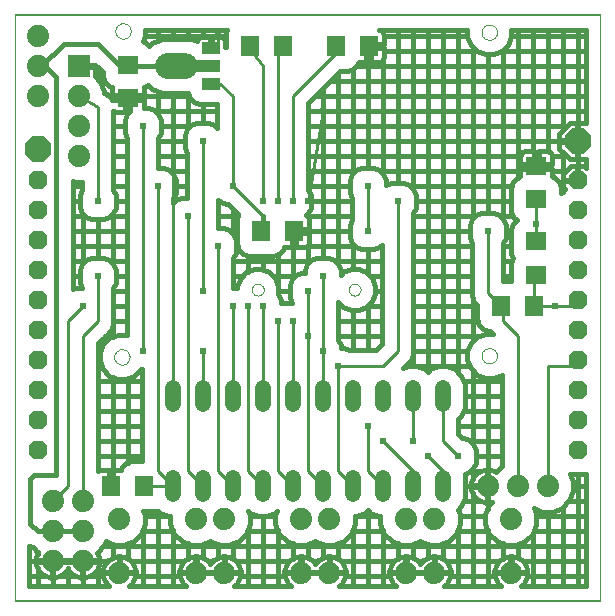
<source format=gbl>
G75*
G70*
%OFA0B0*%
%FSLAX24Y24*%
%IPPOS*%
%LPD*%
%AMOC8*
5,1,8,0,0,1.08239X$1,22.5*
%
%ADD10C,0.0000*%
%ADD11R,0.0630X0.0709*%
%ADD12OC8,0.0630*%
%ADD13R,0.0710X0.0630*%
%ADD14R,0.0709X0.0630*%
%ADD15OC8,0.0850*%
%ADD16R,0.0740X0.0740*%
%ADD17C,0.0740*%
%ADD18C,0.0520*%
%ADD19R,0.0630X0.0710*%
%ADD20R,0.0591X0.0394*%
%ADD21R,0.0787X0.0394*%
%ADD22C,0.0866*%
%ADD23R,0.0240X0.0240*%
%ADD24C,0.0100*%
%ADD25C,0.0160*%
D10*
X000736Y000100D02*
X000736Y019663D01*
X020252Y019663D01*
X020252Y000100D01*
X000736Y000100D01*
X000750Y000128D02*
X000750Y019628D01*
X020250Y019628D01*
X020250Y000128D01*
X000750Y000128D01*
X004056Y008245D02*
X004058Y008276D01*
X004064Y008307D01*
X004073Y008337D01*
X004086Y008366D01*
X004103Y008393D01*
X004123Y008417D01*
X004145Y008439D01*
X004171Y008458D01*
X004198Y008474D01*
X004227Y008486D01*
X004257Y008495D01*
X004288Y008500D01*
X004320Y008501D01*
X004351Y008498D01*
X004382Y008491D01*
X004412Y008481D01*
X004440Y008467D01*
X004466Y008449D01*
X004490Y008429D01*
X004511Y008405D01*
X004530Y008380D01*
X004545Y008352D01*
X004556Y008323D01*
X004564Y008292D01*
X004568Y008261D01*
X004568Y008229D01*
X004564Y008198D01*
X004556Y008167D01*
X004545Y008138D01*
X004530Y008110D01*
X004511Y008085D01*
X004490Y008061D01*
X004466Y008041D01*
X004440Y008023D01*
X004412Y008009D01*
X004382Y007999D01*
X004351Y007992D01*
X004320Y007989D01*
X004288Y007990D01*
X004257Y007995D01*
X004227Y008004D01*
X004198Y008016D01*
X004171Y008032D01*
X004145Y008051D01*
X004123Y008073D01*
X004103Y008097D01*
X004086Y008124D01*
X004073Y008153D01*
X004064Y008183D01*
X004058Y008214D01*
X004056Y008245D01*
X008643Y010489D02*
X008645Y010516D01*
X008651Y010543D01*
X008660Y010569D01*
X008673Y010593D01*
X008689Y010616D01*
X008708Y010635D01*
X008730Y010652D01*
X008754Y010666D01*
X008779Y010676D01*
X008806Y010683D01*
X008833Y010686D01*
X008861Y010685D01*
X008888Y010680D01*
X008914Y010672D01*
X008938Y010660D01*
X008961Y010644D01*
X008982Y010626D01*
X008999Y010605D01*
X009014Y010581D01*
X009025Y010556D01*
X009033Y010530D01*
X009037Y010503D01*
X009037Y010475D01*
X009033Y010448D01*
X009025Y010422D01*
X009014Y010397D01*
X008999Y010373D01*
X008982Y010352D01*
X008961Y010334D01*
X008939Y010318D01*
X008914Y010306D01*
X008888Y010298D01*
X008861Y010293D01*
X008833Y010292D01*
X008806Y010295D01*
X008779Y010302D01*
X008754Y010312D01*
X008730Y010326D01*
X008708Y010343D01*
X008689Y010362D01*
X008673Y010385D01*
X008660Y010409D01*
X008651Y010435D01*
X008645Y010462D01*
X008643Y010489D01*
X011871Y010489D02*
X011873Y010516D01*
X011879Y010543D01*
X011888Y010569D01*
X011901Y010593D01*
X011917Y010616D01*
X011936Y010635D01*
X011958Y010652D01*
X011982Y010666D01*
X012007Y010676D01*
X012034Y010683D01*
X012061Y010686D01*
X012089Y010685D01*
X012116Y010680D01*
X012142Y010672D01*
X012166Y010660D01*
X012189Y010644D01*
X012210Y010626D01*
X012227Y010605D01*
X012242Y010581D01*
X012253Y010556D01*
X012261Y010530D01*
X012265Y010503D01*
X012265Y010475D01*
X012261Y010448D01*
X012253Y010422D01*
X012242Y010397D01*
X012227Y010373D01*
X012210Y010352D01*
X012189Y010334D01*
X012167Y010318D01*
X012142Y010306D01*
X012116Y010298D01*
X012089Y010293D01*
X012061Y010292D01*
X012034Y010295D01*
X012007Y010302D01*
X011982Y010312D01*
X011958Y010326D01*
X011936Y010343D01*
X011917Y010362D01*
X011901Y010385D01*
X011888Y010409D01*
X011879Y010435D01*
X011873Y010462D01*
X011871Y010489D01*
X016300Y008284D02*
X016302Y008315D01*
X016308Y008346D01*
X016317Y008376D01*
X016330Y008405D01*
X016347Y008432D01*
X016367Y008456D01*
X016389Y008478D01*
X016415Y008497D01*
X016442Y008513D01*
X016471Y008525D01*
X016501Y008534D01*
X016532Y008539D01*
X016564Y008540D01*
X016595Y008537D01*
X016626Y008530D01*
X016656Y008520D01*
X016684Y008506D01*
X016710Y008488D01*
X016734Y008468D01*
X016755Y008444D01*
X016774Y008419D01*
X016789Y008391D01*
X016800Y008362D01*
X016808Y008331D01*
X016812Y008300D01*
X016812Y008268D01*
X016808Y008237D01*
X016800Y008206D01*
X016789Y008177D01*
X016774Y008149D01*
X016755Y008124D01*
X016734Y008100D01*
X016710Y008080D01*
X016684Y008062D01*
X016656Y008048D01*
X016626Y008038D01*
X016595Y008031D01*
X016564Y008028D01*
X016532Y008029D01*
X016501Y008034D01*
X016471Y008043D01*
X016442Y008055D01*
X016415Y008071D01*
X016389Y008090D01*
X016367Y008112D01*
X016347Y008136D01*
X016330Y008163D01*
X016317Y008192D01*
X016308Y008222D01*
X016302Y008253D01*
X016300Y008284D01*
X016300Y019071D02*
X016302Y019102D01*
X016308Y019133D01*
X016317Y019163D01*
X016330Y019192D01*
X016347Y019219D01*
X016367Y019243D01*
X016389Y019265D01*
X016415Y019284D01*
X016442Y019300D01*
X016471Y019312D01*
X016501Y019321D01*
X016532Y019326D01*
X016564Y019327D01*
X016595Y019324D01*
X016626Y019317D01*
X016656Y019307D01*
X016684Y019293D01*
X016710Y019275D01*
X016734Y019255D01*
X016755Y019231D01*
X016774Y019206D01*
X016789Y019178D01*
X016800Y019149D01*
X016808Y019118D01*
X016812Y019087D01*
X016812Y019055D01*
X016808Y019024D01*
X016800Y018993D01*
X016789Y018964D01*
X016774Y018936D01*
X016755Y018911D01*
X016734Y018887D01*
X016710Y018867D01*
X016684Y018849D01*
X016656Y018835D01*
X016626Y018825D01*
X016595Y018818D01*
X016564Y018815D01*
X016532Y018816D01*
X016501Y018821D01*
X016471Y018830D01*
X016442Y018842D01*
X016415Y018858D01*
X016389Y018877D01*
X016367Y018899D01*
X016347Y018923D01*
X016330Y018950D01*
X016317Y018979D01*
X016308Y019009D01*
X016302Y019040D01*
X016300Y019071D01*
X004095Y019111D02*
X004097Y019142D01*
X004103Y019173D01*
X004112Y019203D01*
X004125Y019232D01*
X004142Y019259D01*
X004162Y019283D01*
X004184Y019305D01*
X004210Y019324D01*
X004237Y019340D01*
X004266Y019352D01*
X004296Y019361D01*
X004327Y019366D01*
X004359Y019367D01*
X004390Y019364D01*
X004421Y019357D01*
X004451Y019347D01*
X004479Y019333D01*
X004505Y019315D01*
X004529Y019295D01*
X004550Y019271D01*
X004569Y019246D01*
X004584Y019218D01*
X004595Y019189D01*
X004603Y019158D01*
X004607Y019127D01*
X004607Y019095D01*
X004603Y019064D01*
X004595Y019033D01*
X004584Y019004D01*
X004569Y018976D01*
X004550Y018951D01*
X004529Y018927D01*
X004505Y018907D01*
X004479Y018889D01*
X004451Y018875D01*
X004421Y018865D01*
X004390Y018858D01*
X004359Y018855D01*
X004327Y018856D01*
X004296Y018861D01*
X004266Y018870D01*
X004237Y018882D01*
X004210Y018898D01*
X004184Y018917D01*
X004162Y018939D01*
X004142Y018963D01*
X004125Y018990D01*
X004112Y019019D01*
X004103Y019049D01*
X004097Y019080D01*
X004095Y019111D01*
D11*
X008571Y018612D03*
X009673Y018612D03*
X011438Y018614D03*
X012540Y018614D03*
X010051Y012443D03*
X008949Y012443D03*
X005051Y003943D03*
X003949Y003943D03*
D12*
X001500Y005128D03*
X001500Y006128D03*
X001500Y007128D03*
X001500Y008128D03*
X001500Y009128D03*
X001500Y010128D03*
X001500Y011128D03*
X001500Y012128D03*
X001500Y013128D03*
X001500Y014128D03*
X019500Y014128D03*
X019500Y013128D03*
X019500Y012128D03*
X019500Y011128D03*
X019500Y010128D03*
X019500Y009128D03*
X019500Y008128D03*
X019500Y007128D03*
X019500Y006128D03*
X019500Y005128D03*
D13*
X018112Y010981D03*
X018112Y012101D03*
D14*
X018121Y013502D03*
X018121Y014604D03*
X004500Y016891D03*
X004500Y017994D03*
D15*
X001500Y015193D03*
X019500Y015443D03*
D16*
X002875Y017943D03*
D17*
X002875Y016943D03*
X002875Y015943D03*
X002875Y014943D03*
X001500Y016943D03*
X001500Y017943D03*
X001500Y018943D03*
X016500Y003943D03*
X017500Y003943D03*
X018500Y003943D03*
X017280Y002833D03*
X017280Y001053D03*
X014720Y001053D03*
X013780Y001053D03*
X013780Y002833D03*
X014720Y002833D03*
X011220Y002833D03*
X010280Y002833D03*
X010280Y001053D03*
X011220Y001053D03*
X007720Y001053D03*
X006780Y001053D03*
X006780Y002833D03*
X007720Y002833D03*
X004220Y002833D03*
X003000Y002443D03*
X003000Y003443D03*
X002000Y003443D03*
X002000Y002443D03*
X002000Y001443D03*
X003000Y001443D03*
X004220Y001053D03*
D18*
X005998Y003683D02*
X005998Y004203D01*
X006998Y004203D02*
X006998Y003683D01*
X007998Y003683D02*
X007998Y004203D01*
X008998Y004203D02*
X008998Y003683D01*
X009998Y003683D02*
X009998Y004203D01*
X010998Y004203D02*
X010998Y003683D01*
X011998Y003683D02*
X011998Y004203D01*
X012998Y004203D02*
X012998Y003683D01*
X013998Y003683D02*
X013998Y004203D01*
X014998Y004203D02*
X014998Y003683D01*
X014998Y006683D02*
X014998Y007203D01*
X013998Y007203D02*
X013998Y006683D01*
X012998Y006683D02*
X012998Y007203D01*
X011998Y007203D02*
X011998Y006683D01*
X010998Y006683D02*
X010998Y007203D01*
X009998Y007203D02*
X009998Y006683D01*
X008998Y006683D02*
X008998Y007203D01*
X007998Y007203D02*
X007998Y006683D01*
X006998Y006683D02*
X006998Y007203D01*
X005998Y007203D02*
X005998Y006683D01*
D19*
X016940Y009943D03*
X018060Y009943D03*
D20*
X007280Y017352D03*
X007280Y018533D03*
D21*
X007180Y017943D03*
D22*
X006425Y017943D02*
X005835Y017943D01*
D23*
X006000Y016443D03*
X005000Y015943D03*
X007000Y015443D03*
X008000Y013943D03*
X009000Y013443D03*
X009500Y013443D03*
X010000Y013443D03*
X010500Y013443D03*
X012500Y013943D03*
X013500Y013443D03*
X012500Y012443D03*
X011000Y010943D03*
X010500Y010443D03*
X010000Y009443D03*
X010500Y008943D03*
X011000Y008443D03*
X011500Y007943D03*
X012500Y005943D03*
X013000Y005443D03*
X014000Y005443D03*
X014500Y004943D03*
X015500Y004943D03*
X018750Y009943D03*
X016500Y012443D03*
X018112Y012693D03*
X011000Y016443D03*
X007500Y018943D03*
X005500Y013943D03*
X006500Y012943D03*
X007500Y011943D03*
X007000Y010443D03*
X008000Y009943D03*
X008500Y009943D03*
X009000Y009943D03*
X009500Y009443D03*
X007000Y008443D03*
X005000Y008443D03*
X003000Y009943D03*
X003500Y010943D03*
X003500Y013443D03*
D24*
X003500Y016568D01*
X002875Y016943D01*
X005000Y015943D02*
X005000Y008443D01*
X005998Y006943D02*
X005998Y016441D01*
X006000Y016443D01*
X007000Y015443D02*
X007000Y010443D01*
X007998Y009941D02*
X008000Y009943D01*
X007998Y009941D02*
X007998Y006943D01*
X006998Y006943D02*
X006998Y008441D01*
X007000Y008443D01*
X008500Y009943D02*
X008500Y004443D01*
X008998Y003944D01*
X008998Y003943D01*
X009500Y004443D02*
X009500Y009443D01*
X009998Y009441D02*
X010000Y009443D01*
X009998Y009441D02*
X009998Y006943D01*
X010998Y006943D02*
X011000Y006944D01*
X011000Y008443D01*
X011000Y010943D01*
X010500Y010443D02*
X010500Y008943D01*
X010500Y004443D01*
X010998Y003944D01*
X010998Y003943D01*
X011500Y004443D02*
X011500Y007943D01*
X013000Y007943D01*
X013500Y008443D01*
X013500Y013443D01*
X012500Y013943D02*
X012500Y012443D01*
X010500Y013443D02*
X011000Y016443D01*
X010000Y016943D02*
X011500Y018443D01*
X011500Y018552D01*
X011438Y018614D01*
X010000Y016943D02*
X010000Y013443D01*
X009500Y013443D02*
X009500Y018439D01*
X009673Y018612D01*
X009000Y017943D02*
X008571Y018513D01*
X008571Y018612D01*
X009000Y017943D02*
X009000Y013443D01*
X009000Y012943D02*
X008000Y013943D01*
X008000Y016943D01*
X007590Y017352D01*
X007280Y017352D01*
X007280Y018533D02*
X007500Y018753D01*
X007500Y018943D01*
X005500Y013943D02*
X005500Y004443D01*
X005998Y003944D01*
X005998Y003943D01*
X006000Y003943D01*
X005998Y003943D02*
X005051Y003943D01*
X006500Y004443D02*
X006500Y012943D01*
X007500Y011943D02*
X007500Y004443D01*
X007998Y003944D01*
X007998Y003943D01*
X006998Y003944D02*
X006500Y004443D01*
X006998Y003944D02*
X006998Y003943D01*
X009500Y004443D02*
X009998Y003944D01*
X009998Y003943D01*
X011500Y004443D02*
X011998Y003944D01*
X011998Y003943D01*
X012500Y004443D02*
X012500Y005943D01*
X013000Y005443D02*
X013998Y004444D01*
X013998Y003943D01*
X012998Y003944D02*
X012500Y004443D01*
X012998Y003944D02*
X012998Y003943D01*
X014000Y005443D02*
X014000Y006941D01*
X013998Y006943D01*
X014998Y006943D02*
X015000Y006943D01*
X015000Y005443D01*
X015500Y004943D01*
X014998Y004444D02*
X014500Y004943D01*
X014998Y004444D02*
X014998Y003943D01*
X017500Y003943D02*
X017500Y008943D01*
X017000Y009443D01*
X017000Y009883D01*
X016940Y009943D01*
X016500Y010383D01*
X016500Y012443D01*
X018112Y012693D02*
X018112Y012101D01*
X018112Y012693D02*
X018112Y013493D01*
X018121Y013502D01*
X018112Y010981D02*
X018060Y010929D01*
X018060Y009943D01*
X018750Y009943D01*
X019315Y009943D01*
X019500Y010128D01*
X019500Y008128D02*
X019500Y007943D01*
X018500Y007943D01*
X018500Y003943D01*
X008998Y006943D02*
X008998Y009941D01*
X009000Y009943D01*
X003500Y009443D02*
X003500Y010943D01*
X003000Y009943D02*
X002500Y009443D01*
X002500Y003943D01*
X002000Y003443D01*
X003000Y003443D02*
X003000Y008943D01*
X003500Y009443D01*
D25*
X004030Y009443D02*
X004470Y009443D01*
X004030Y009337D02*
X003949Y009142D01*
X003800Y008993D01*
X003530Y008723D01*
X003530Y004445D01*
X003564Y004465D01*
X003610Y004477D01*
X003871Y004477D01*
X003871Y004020D01*
X004026Y004020D01*
X004026Y004477D01*
X004287Y004477D01*
X004291Y004476D01*
X004329Y004569D01*
X004464Y004704D01*
X004641Y004777D01*
X004970Y004777D01*
X004970Y007843D01*
X004942Y007843D01*
X004936Y007828D01*
X004729Y007621D01*
X004458Y007509D01*
X004166Y007509D01*
X003895Y007621D01*
X003688Y007828D01*
X003576Y008098D01*
X003576Y008391D01*
X003688Y008662D01*
X003895Y008869D01*
X004166Y008981D01*
X004458Y008981D01*
X004470Y008976D01*
X004470Y015558D01*
X004400Y015727D01*
X004400Y016158D01*
X004473Y016334D01*
X004577Y016439D01*
X004577Y016814D01*
X004423Y016814D01*
X004423Y016396D01*
X004122Y016396D01*
X004076Y016409D01*
X004035Y016432D01*
X004030Y016437D01*
X004030Y013827D01*
X004100Y013658D01*
X004100Y013227D01*
X004027Y013051D01*
X003892Y012916D01*
X003715Y012843D01*
X003285Y012843D01*
X003108Y012916D01*
X002973Y013051D01*
X002900Y013227D01*
X002900Y013658D01*
X002970Y013827D01*
X002970Y014093D01*
X002706Y014093D01*
X002685Y014101D01*
X002685Y010501D01*
X002785Y010543D01*
X002970Y010543D01*
X002970Y010558D01*
X002900Y010727D01*
X002900Y011158D01*
X002973Y011334D01*
X003108Y011469D01*
X003285Y011543D01*
X003715Y011543D01*
X003892Y011469D01*
X004027Y011334D01*
X004100Y011158D01*
X004100Y010727D01*
X004030Y010558D01*
X004030Y009337D01*
X004000Y009265D02*
X004000Y008912D01*
X004074Y008943D02*
X003750Y008943D01*
X003597Y008443D02*
X003530Y008443D01*
X003530Y007943D02*
X003641Y007943D01*
X004000Y007577D02*
X004000Y004020D01*
X004026Y004443D02*
X003871Y004443D01*
X003530Y004943D02*
X004970Y004943D01*
X004500Y004719D02*
X004500Y007526D01*
X004970Y007443D02*
X003530Y007443D01*
X003530Y006943D02*
X004970Y006943D01*
X004970Y006443D02*
X003530Y006443D01*
X003530Y005943D02*
X004970Y005943D01*
X004970Y005443D02*
X003530Y005443D01*
X002125Y004318D02*
X001375Y004318D01*
X001250Y004193D01*
X001250Y002693D01*
X001500Y002443D01*
X002000Y002443D01*
X003000Y002443D01*
X003777Y002096D02*
X003721Y001961D01*
X003481Y001722D01*
X003476Y001720D01*
X003510Y001654D01*
X003536Y001571D01*
X003550Y001486D01*
X003550Y001463D01*
X003020Y001463D01*
X003020Y001423D01*
X003550Y001423D01*
X003550Y001399D01*
X003536Y001314D01*
X003510Y001231D01*
X003470Y001154D01*
X003420Y001084D01*
X003358Y001023D01*
X003288Y000972D01*
X003211Y000933D01*
X003129Y000906D01*
X003043Y000893D01*
X003020Y000893D01*
X003020Y001423D01*
X002980Y001423D01*
X002020Y001423D01*
X002020Y001463D01*
X002550Y001463D01*
X002980Y001463D01*
X002980Y001423D01*
X002980Y000893D01*
X002957Y000893D01*
X002871Y000906D01*
X002789Y000933D01*
X002712Y000972D01*
X002642Y001023D01*
X002580Y001084D01*
X002530Y001154D01*
X002500Y001212D01*
X002500Y000608D01*
X002288Y000972D02*
X002358Y001023D01*
X002420Y001084D01*
X002470Y001154D01*
X002500Y001212D01*
X002500Y001423D02*
X002500Y001463D01*
X002020Y001443D02*
X002980Y001443D01*
X003000Y001423D02*
X003000Y000608D01*
X002980Y000943D02*
X003020Y000943D01*
X003230Y000943D02*
X003681Y000943D01*
X003684Y000924D02*
X003710Y000841D01*
X003750Y000764D01*
X003800Y000694D01*
X003862Y000633D01*
X003897Y000608D01*
X001230Y000608D01*
X001230Y001948D01*
X001336Y001904D01*
X001519Y001722D01*
X001524Y001720D01*
X001490Y001654D01*
X001464Y001571D01*
X001450Y001486D01*
X001450Y001463D01*
X001980Y001463D01*
X001980Y001423D01*
X001450Y001423D01*
X001450Y001399D01*
X001464Y001314D01*
X001490Y001231D01*
X001530Y001154D01*
X001580Y001084D01*
X001642Y001023D01*
X001712Y000972D01*
X001789Y000933D01*
X001871Y000906D01*
X001957Y000893D01*
X001980Y000893D01*
X001980Y001423D01*
X002020Y001423D01*
X002020Y000893D01*
X002043Y000893D01*
X002129Y000906D01*
X002211Y000933D01*
X002288Y000972D01*
X002230Y000943D02*
X002770Y000943D01*
X003020Y001443D02*
X003832Y001443D01*
X003862Y001472D02*
X003800Y001411D01*
X003750Y001341D01*
X003710Y001264D01*
X003684Y001181D01*
X003670Y001096D01*
X003670Y001073D01*
X004200Y001073D01*
X004200Y001603D01*
X004177Y001603D01*
X004091Y001589D01*
X004009Y001562D01*
X003932Y001523D01*
X003862Y001472D01*
X004000Y001558D02*
X004000Y002004D01*
X004051Y001983D02*
X004389Y001983D01*
X004701Y002112D01*
X004941Y002351D01*
X005070Y002663D01*
X005070Y003002D01*
X005026Y003108D01*
X005462Y003108D01*
X005507Y003127D01*
X005579Y003055D01*
X005851Y002943D01*
X005070Y002943D01*
X005000Y002494D02*
X005000Y000608D01*
X004690Y000764D02*
X004730Y000841D01*
X004756Y000924D01*
X004770Y001009D01*
X004770Y001033D01*
X004240Y001033D01*
X004240Y001073D01*
X004200Y001073D01*
X004200Y001033D01*
X003670Y001033D01*
X003670Y001009D01*
X003684Y000924D01*
X004000Y001033D02*
X004000Y001073D01*
X004240Y001073D02*
X004240Y001603D01*
X004263Y001603D01*
X004349Y001589D01*
X004431Y001562D01*
X004508Y001523D01*
X004578Y001472D01*
X004640Y001411D01*
X004690Y001341D01*
X004730Y001264D01*
X004756Y001181D01*
X004770Y001096D01*
X004770Y001073D01*
X004240Y001073D01*
X004500Y001073D02*
X004500Y001033D01*
X004759Y000943D02*
X006241Y000943D01*
X006244Y000924D02*
X006270Y000841D01*
X006310Y000764D01*
X006360Y000694D01*
X006422Y000633D01*
X006457Y000608D01*
X004543Y000608D01*
X004578Y000633D01*
X004640Y000694D01*
X004690Y000764D01*
X005500Y000608D02*
X005500Y003124D01*
X005851Y002943D02*
X005930Y002943D01*
X005930Y002663D01*
X006059Y002351D01*
X006299Y002112D01*
X006611Y001983D01*
X006949Y001983D01*
X007250Y002107D01*
X007551Y001983D01*
X007889Y001983D01*
X008201Y002112D01*
X008441Y002351D01*
X008570Y002663D01*
X008570Y003002D01*
X008526Y003108D01*
X008579Y003055D01*
X008851Y002943D01*
X008570Y002943D01*
X008851Y002943D02*
X009145Y002943D01*
X009430Y002943D01*
X009430Y003002D02*
X009430Y002663D01*
X009559Y002351D01*
X009799Y002112D01*
X010111Y001983D01*
X010449Y001983D01*
X010750Y002107D01*
X011051Y001983D01*
X011389Y001983D01*
X011701Y002112D01*
X011941Y002351D01*
X012070Y002663D01*
X012070Y002943D01*
X012145Y002943D01*
X012851Y002943D01*
X012930Y002943D01*
X012930Y002663D01*
X013059Y002351D01*
X013299Y002112D01*
X013611Y001983D01*
X013949Y001983D01*
X014250Y002107D01*
X014551Y001983D01*
X014889Y001983D01*
X015201Y002112D01*
X015441Y002351D01*
X015570Y002663D01*
X015570Y003002D01*
X015510Y003148D01*
X015625Y003263D01*
X015738Y003535D01*
X015738Y004350D01*
X015737Y004352D01*
X015892Y004416D01*
X016027Y004551D01*
X016100Y004727D01*
X016100Y005158D01*
X016027Y005334D01*
X015892Y005469D01*
X015715Y005543D01*
X015650Y005543D01*
X015530Y005662D01*
X015530Y006168D01*
X015625Y006263D01*
X015738Y006535D01*
X015738Y007350D01*
X015625Y007622D01*
X015417Y007830D01*
X015145Y007943D01*
X014851Y007943D01*
X014579Y007830D01*
X014498Y007749D01*
X014417Y007830D01*
X014145Y007943D01*
X013851Y007943D01*
X013678Y007871D01*
X013949Y008142D01*
X014030Y008337D01*
X014030Y013058D01*
X014100Y013227D01*
X014100Y013658D01*
X014027Y013834D01*
X013892Y013969D01*
X013715Y014043D01*
X013285Y014043D01*
X013108Y013969D01*
X013100Y013961D01*
X013100Y014158D01*
X013027Y014334D01*
X012892Y014469D01*
X012715Y014543D01*
X012285Y014543D01*
X012108Y014469D01*
X011973Y014334D01*
X011900Y014158D01*
X011900Y013727D01*
X011970Y013558D01*
X011970Y012827D01*
X011900Y012658D01*
X011900Y012227D01*
X011973Y012051D01*
X012108Y011916D01*
X012285Y011843D01*
X012715Y011843D01*
X012892Y011916D01*
X012970Y011994D01*
X012970Y008662D01*
X012780Y008473D01*
X011884Y008473D01*
X011715Y008543D01*
X011600Y008543D01*
X011600Y008658D01*
X011530Y008827D01*
X011530Y010069D01*
X011685Y009915D01*
X011933Y009812D01*
X012203Y009812D01*
X012451Y009915D01*
X012642Y010105D01*
X012745Y010354D01*
X012745Y010623D01*
X012642Y010872D01*
X012451Y011063D01*
X012203Y011166D01*
X011933Y011166D01*
X011685Y011063D01*
X011600Y010978D01*
X011600Y011158D01*
X011527Y011334D01*
X011392Y011469D01*
X011215Y011543D01*
X010785Y011543D01*
X010608Y011469D01*
X010473Y011334D01*
X010400Y011158D01*
X010400Y011043D01*
X010285Y011043D01*
X010108Y010969D01*
X009973Y010834D01*
X009900Y010658D01*
X009900Y010227D01*
X009970Y010058D01*
X009970Y010043D01*
X009785Y010043D01*
X009750Y010028D01*
X009715Y010043D01*
X009600Y010043D01*
X009600Y010158D01*
X009527Y010334D01*
X009514Y010348D01*
X009516Y010354D01*
X009516Y010623D01*
X009413Y010872D01*
X009223Y011063D01*
X008974Y011166D01*
X008705Y011166D01*
X008456Y011063D01*
X008266Y010872D01*
X008163Y010623D01*
X008163Y010543D01*
X008030Y010543D01*
X008030Y011558D01*
X008100Y011727D01*
X008100Y012158D01*
X008027Y012334D01*
X007892Y012469D01*
X007715Y012543D01*
X007530Y012543D01*
X007530Y013494D01*
X007608Y013416D01*
X007785Y013343D01*
X007850Y013343D01*
X008197Y012996D01*
X008154Y012892D01*
X008154Y011993D01*
X008227Y011816D01*
X008362Y011681D01*
X008538Y011608D01*
X009359Y011608D01*
X009536Y011681D01*
X009671Y011816D01*
X009709Y011909D01*
X009713Y011908D01*
X009974Y011908D01*
X009974Y012365D01*
X010129Y012365D01*
X010129Y012520D01*
X010546Y012520D01*
X010546Y012821D01*
X010534Y012866D01*
X010510Y012907D01*
X010477Y012941D01*
X010439Y012963D01*
X010527Y013051D01*
X010600Y013227D01*
X010600Y013658D01*
X010530Y013827D01*
X010530Y016723D01*
X011586Y017779D01*
X011848Y017779D01*
X012025Y017853D01*
X012160Y017988D01*
X012198Y018080D01*
X012202Y018079D01*
X012463Y018079D01*
X012463Y018536D01*
X012618Y018536D01*
X012618Y018079D01*
X012879Y018079D01*
X012925Y018092D01*
X012966Y018115D01*
X012999Y018149D01*
X013023Y018190D01*
X013035Y018236D01*
X013035Y018536D01*
X012618Y018536D01*
X012618Y018691D01*
X013035Y018691D01*
X013035Y018992D01*
X013023Y019038D01*
X012999Y019079D01*
X012966Y019112D01*
X012925Y019136D01*
X012881Y019148D01*
X015820Y019148D01*
X015820Y018925D01*
X015932Y018655D01*
X016139Y018448D01*
X016410Y018336D01*
X016702Y018336D01*
X016973Y018448D01*
X017180Y018655D01*
X017292Y018925D01*
X017292Y019148D01*
X019770Y019148D01*
X019770Y016028D01*
X019751Y016048D01*
X019520Y016048D01*
X019520Y015463D01*
X019480Y015463D01*
X019480Y016048D01*
X019249Y016048D01*
X018895Y015693D01*
X018895Y015463D01*
X019480Y015463D01*
X019480Y015423D01*
X018895Y015423D01*
X018895Y015192D01*
X019249Y014838D01*
X019480Y014838D01*
X019480Y015423D01*
X019520Y015423D01*
X019520Y014838D01*
X019751Y014838D01*
X019770Y014857D01*
X019770Y014558D01*
X019705Y014623D01*
X019510Y014623D01*
X019510Y014138D01*
X019490Y014138D01*
X019490Y014623D01*
X019295Y014623D01*
X019005Y014333D01*
X019005Y014138D01*
X019490Y014138D01*
X019490Y014118D01*
X019005Y014118D01*
X019005Y013923D01*
X019088Y013840D01*
X018955Y013707D01*
X018955Y013912D01*
X018882Y014088D01*
X018747Y014223D01*
X018654Y014262D01*
X018655Y014265D01*
X018655Y014526D01*
X018199Y014526D01*
X018199Y014681D01*
X018655Y014681D01*
X018655Y014943D01*
X018643Y014988D01*
X018619Y015029D01*
X018586Y015063D01*
X018545Y015087D01*
X018499Y015099D01*
X018199Y015099D01*
X018199Y014681D01*
X018044Y014681D01*
X018044Y014526D01*
X017587Y014526D01*
X017587Y014265D01*
X017588Y014262D01*
X017495Y014223D01*
X017360Y014088D01*
X017287Y013912D01*
X017287Y013091D01*
X017360Y012915D01*
X017469Y012806D01*
X017350Y012688D01*
X017277Y012511D01*
X017277Y011690D01*
X017339Y011541D01*
X017277Y011392D01*
X017277Y010777D01*
X017030Y010777D01*
X017030Y012058D01*
X017100Y012227D01*
X017100Y012658D01*
X017027Y012834D01*
X016892Y012969D01*
X016715Y013043D01*
X016285Y013043D01*
X016108Y012969D01*
X015973Y012834D01*
X015900Y012658D01*
X015900Y012227D01*
X015970Y012058D01*
X015970Y010277D01*
X016051Y010082D01*
X016145Y009988D01*
X016145Y009492D01*
X016218Y009316D01*
X016353Y009181D01*
X016530Y009108D01*
X016585Y009108D01*
X016673Y009020D01*
X016410Y009020D01*
X016139Y008908D01*
X015932Y008701D01*
X015820Y008430D01*
X015820Y008138D01*
X015932Y007867D01*
X016139Y007660D01*
X016410Y007548D01*
X016702Y007548D01*
X016970Y007659D01*
X016970Y004615D01*
X016779Y004424D01*
X016777Y004419D01*
X016711Y004452D01*
X016629Y004479D01*
X016543Y004493D01*
X016520Y004493D01*
X016520Y003963D01*
X016480Y003963D01*
X016480Y004493D01*
X016457Y004493D01*
X016371Y004479D01*
X016289Y004452D01*
X016212Y004413D01*
X016142Y004362D01*
X016080Y004301D01*
X016030Y004231D01*
X015990Y004154D01*
X015964Y004071D01*
X015950Y003986D01*
X015950Y003963D01*
X016480Y003963D01*
X016480Y003923D01*
X015950Y003923D01*
X015950Y003899D01*
X015964Y003814D01*
X015990Y003731D01*
X016030Y003654D01*
X016080Y003584D01*
X016142Y003523D01*
X016212Y003472D01*
X016289Y003433D01*
X016371Y003406D01*
X016457Y003393D01*
X016480Y003393D01*
X016480Y003923D01*
X016520Y003923D01*
X016520Y003393D01*
X016543Y003393D01*
X016629Y003406D01*
X016662Y003417D01*
X016559Y003314D01*
X016430Y003002D01*
X016430Y002663D01*
X016559Y002351D01*
X016799Y002112D01*
X017111Y001983D01*
X017449Y001983D01*
X017761Y002112D01*
X018001Y002351D01*
X018130Y002663D01*
X018130Y003002D01*
X018043Y003212D01*
X018331Y003093D01*
X018669Y003093D01*
X018981Y003222D01*
X019221Y003461D01*
X019350Y003773D01*
X019350Y004112D01*
X019258Y004333D01*
X019770Y004333D01*
X019770Y000608D01*
X017603Y000608D01*
X017638Y000633D01*
X017700Y000694D01*
X017750Y000764D01*
X017790Y000841D01*
X017816Y000924D01*
X017830Y001009D01*
X017830Y001033D01*
X017300Y001033D01*
X017300Y001073D01*
X017260Y001073D01*
X017260Y001603D01*
X017237Y001603D01*
X017151Y001589D01*
X017069Y001562D01*
X016992Y001523D01*
X016922Y001472D01*
X016860Y001411D01*
X016810Y001341D01*
X016770Y001264D01*
X016744Y001181D01*
X016730Y001096D01*
X016730Y001073D01*
X017260Y001073D01*
X017260Y001033D01*
X016730Y001033D01*
X016730Y001009D01*
X016744Y000924D01*
X016770Y000841D01*
X016810Y000764D01*
X016860Y000694D01*
X016922Y000633D01*
X016957Y000608D01*
X015043Y000608D01*
X015078Y000633D01*
X015140Y000694D01*
X015190Y000764D01*
X015230Y000841D01*
X015256Y000924D01*
X015270Y001009D01*
X015270Y001033D01*
X014740Y001033D01*
X014740Y001073D01*
X014700Y001073D01*
X014700Y001603D01*
X014677Y001603D01*
X014591Y001589D01*
X014509Y001562D01*
X014432Y001523D01*
X014362Y001472D01*
X014300Y001411D01*
X014250Y001341D01*
X014200Y001411D01*
X014138Y001472D01*
X014068Y001523D01*
X013991Y001562D01*
X013909Y001589D01*
X013823Y001603D01*
X013800Y001603D01*
X013800Y001073D01*
X013760Y001073D01*
X013760Y001603D01*
X013737Y001603D01*
X013651Y001589D01*
X013569Y001562D01*
X013492Y001523D01*
X013422Y001472D01*
X013360Y001411D01*
X013310Y001341D01*
X013270Y001264D01*
X013244Y001181D01*
X013230Y001096D01*
X013230Y001073D01*
X013760Y001073D01*
X013760Y001033D01*
X013230Y001033D01*
X013230Y001009D01*
X013244Y000924D01*
X013270Y000841D01*
X013310Y000764D01*
X013360Y000694D01*
X013422Y000633D01*
X013457Y000608D01*
X011543Y000608D01*
X011578Y000633D01*
X011640Y000694D01*
X011690Y000764D01*
X011730Y000841D01*
X011756Y000924D01*
X011770Y001009D01*
X011770Y001033D01*
X011240Y001033D01*
X011240Y001073D01*
X011200Y001073D01*
X011200Y001603D01*
X011177Y001603D01*
X011091Y001589D01*
X011009Y001562D01*
X010932Y001523D01*
X010862Y001472D01*
X010800Y001411D01*
X010750Y001341D01*
X010700Y001411D01*
X010638Y001472D01*
X010568Y001523D01*
X010491Y001562D01*
X010409Y001589D01*
X010323Y001603D01*
X010300Y001603D01*
X010300Y001073D01*
X010260Y001073D01*
X010260Y001603D01*
X010237Y001603D01*
X010151Y001589D01*
X010069Y001562D01*
X009992Y001523D01*
X009922Y001472D01*
X009860Y001411D01*
X009810Y001341D01*
X009770Y001264D01*
X009744Y001181D01*
X009730Y001096D01*
X009730Y001073D01*
X010260Y001073D01*
X010260Y001033D01*
X009730Y001033D01*
X009730Y001009D01*
X009744Y000924D01*
X009770Y000841D01*
X009810Y000764D01*
X009860Y000694D01*
X009922Y000633D01*
X009957Y000608D01*
X008043Y000608D01*
X008078Y000633D01*
X008140Y000694D01*
X008190Y000764D01*
X008230Y000841D01*
X008256Y000924D01*
X008270Y001009D01*
X008270Y001033D01*
X007740Y001033D01*
X007740Y001073D01*
X007700Y001073D01*
X007700Y001603D01*
X007677Y001603D01*
X007591Y001589D01*
X007509Y001562D01*
X007432Y001523D01*
X007362Y001472D01*
X007300Y001411D01*
X007250Y001341D01*
X007200Y001411D01*
X007138Y001472D01*
X007068Y001523D01*
X006991Y001562D01*
X006909Y001589D01*
X006823Y001603D01*
X006800Y001603D01*
X006800Y001073D01*
X006760Y001073D01*
X006760Y001603D01*
X006737Y001603D01*
X006651Y001589D01*
X006569Y001562D01*
X006492Y001523D01*
X006422Y001472D01*
X006360Y001411D01*
X006310Y001341D01*
X006270Y001264D01*
X006244Y001181D01*
X006230Y001096D01*
X006230Y001073D01*
X006760Y001073D01*
X006760Y001033D01*
X006230Y001033D01*
X006230Y001009D01*
X006244Y000924D01*
X006500Y001033D02*
X006500Y001073D01*
X006800Y001073D02*
X007700Y001073D01*
X007700Y001033D01*
X007330Y001033D01*
X006800Y001033D01*
X006800Y001073D01*
X007000Y001073D02*
X007000Y001033D01*
X007168Y001443D02*
X007332Y001443D01*
X007500Y001558D02*
X007500Y002004D01*
X007740Y001603D02*
X007740Y001073D01*
X008270Y001073D01*
X008270Y001096D01*
X008256Y001181D01*
X008230Y001264D01*
X008190Y001341D01*
X008140Y001411D01*
X008078Y001472D01*
X008008Y001523D01*
X007931Y001562D01*
X007849Y001589D01*
X007763Y001603D01*
X007740Y001603D01*
X007740Y001443D02*
X007700Y001443D01*
X008000Y001527D02*
X008000Y002028D01*
X008478Y002443D02*
X009522Y002443D01*
X009500Y002494D02*
X009500Y000608D01*
X009741Y000943D02*
X008259Y000943D01*
X008000Y001033D02*
X008000Y001073D01*
X008108Y001443D02*
X009892Y001443D01*
X010000Y001527D02*
X010000Y002028D01*
X010500Y002004D02*
X010500Y001558D01*
X010668Y001443D02*
X010832Y001443D01*
X011000Y001558D02*
X011000Y002004D01*
X011240Y001603D02*
X011240Y001073D01*
X011770Y001073D01*
X011770Y001096D01*
X011756Y001181D01*
X011730Y001264D01*
X011690Y001341D01*
X011640Y001411D01*
X011578Y001472D01*
X011508Y001523D01*
X011431Y001562D01*
X011349Y001589D01*
X011263Y001603D01*
X011240Y001603D01*
X011240Y001443D02*
X011200Y001443D01*
X011500Y001527D02*
X011500Y002028D01*
X011978Y002443D02*
X013022Y002443D01*
X013000Y002494D02*
X013000Y000608D01*
X013241Y000943D02*
X011759Y000943D01*
X011500Y001033D02*
X011500Y001073D01*
X011200Y001073D02*
X011200Y001033D01*
X010830Y001033D01*
X010300Y001033D01*
X010300Y001073D01*
X011200Y001073D01*
X011000Y001073D02*
X011000Y001033D01*
X010500Y001033D02*
X010500Y001073D01*
X010300Y001443D02*
X010260Y001443D01*
X010000Y001073D02*
X010000Y001033D01*
X009000Y000608D02*
X009000Y002943D01*
X009145Y002943D02*
X009417Y003055D01*
X009477Y003115D01*
X009430Y003002D01*
X008500Y002494D02*
X008500Y000608D01*
X007500Y001033D02*
X007500Y001073D01*
X007000Y001558D02*
X007000Y002004D01*
X006800Y001443D02*
X006760Y001443D01*
X006500Y001527D02*
X006500Y002028D01*
X006022Y002443D02*
X004978Y002443D01*
X004500Y002028D02*
X004500Y001527D01*
X004608Y001443D02*
X006392Y001443D01*
X006000Y000608D02*
X006000Y002494D01*
X004240Y001443D02*
X004200Y001443D01*
X004051Y001983D02*
X003777Y002096D01*
X003702Y001943D02*
X019770Y001943D01*
X019770Y001443D02*
X017668Y001443D01*
X017638Y001472D02*
X017568Y001523D01*
X017491Y001562D01*
X017409Y001589D01*
X017323Y001603D01*
X017300Y001603D01*
X017300Y001073D01*
X017830Y001073D01*
X017830Y001096D01*
X017816Y001181D01*
X017790Y001264D01*
X017750Y001341D01*
X017700Y001411D01*
X017638Y001472D01*
X017500Y001558D02*
X017500Y002004D01*
X017000Y002028D02*
X017000Y001527D01*
X016892Y001443D02*
X015108Y001443D01*
X015078Y001472D02*
X015008Y001523D01*
X014931Y001562D01*
X014849Y001589D01*
X014763Y001603D01*
X014740Y001603D01*
X014740Y001073D01*
X015270Y001073D01*
X015270Y001096D01*
X015256Y001181D01*
X015230Y001264D01*
X015190Y001341D01*
X015140Y001411D01*
X015078Y001472D01*
X015000Y001527D02*
X015000Y002028D01*
X014500Y002004D02*
X014500Y001558D01*
X014332Y001443D02*
X014168Y001443D01*
X014000Y001558D02*
X014000Y002004D01*
X013500Y002028D02*
X013500Y001527D01*
X013392Y001443D02*
X011608Y001443D01*
X012000Y000608D02*
X012000Y002494D01*
X012145Y002943D02*
X012417Y003055D01*
X012498Y003136D01*
X012579Y003055D01*
X012851Y002943D01*
X012500Y003134D02*
X012500Y000608D01*
X013500Y001033D02*
X013500Y001073D01*
X013800Y001073D02*
X014700Y001073D01*
X014700Y001033D01*
X014170Y001033D01*
X013800Y001033D01*
X013800Y001073D01*
X014000Y001073D02*
X014000Y001033D01*
X013800Y001443D02*
X013760Y001443D01*
X014500Y001073D02*
X014500Y001033D01*
X014700Y001443D02*
X014740Y001443D01*
X015000Y001073D02*
X015000Y001033D01*
X015259Y000943D02*
X016741Y000943D01*
X017000Y001033D02*
X017000Y001073D01*
X017260Y001443D02*
X017300Y001443D01*
X017500Y001073D02*
X017500Y001033D01*
X017819Y000943D02*
X019770Y000943D01*
X019500Y000608D02*
X019500Y004333D01*
X019350Y003943D02*
X019770Y003943D01*
X019770Y003443D02*
X019202Y003443D01*
X019000Y003240D02*
X019000Y000608D01*
X018500Y000608D02*
X018500Y003093D01*
X018130Y002943D02*
X019770Y002943D01*
X019770Y002443D02*
X018038Y002443D01*
X018000Y002350D02*
X018000Y000608D01*
X016500Y000608D02*
X016500Y002494D01*
X016522Y002443D02*
X015478Y002443D01*
X015500Y002494D02*
X015500Y000608D01*
X016000Y000608D02*
X016000Y003712D01*
X016000Y003923D02*
X016000Y003963D01*
X016000Y004173D02*
X016000Y004524D01*
X015919Y004443D02*
X016270Y004443D01*
X016480Y004443D02*
X016520Y004443D01*
X016730Y004443D02*
X016798Y004443D01*
X016970Y004943D02*
X016100Y004943D01*
X016000Y005361D02*
X016000Y007799D01*
X015901Y007943D02*
X013750Y007943D01*
X014000Y007943D02*
X014000Y008265D01*
X014030Y008443D02*
X015825Y008443D01*
X016000Y008769D02*
X016000Y010205D01*
X015970Y010443D02*
X014030Y010443D01*
X014030Y009943D02*
X016145Y009943D01*
X016166Y009443D02*
X014030Y009443D01*
X014030Y008943D02*
X016223Y008943D01*
X016500Y009020D02*
X016500Y009120D01*
X015500Y007747D02*
X015500Y019148D01*
X015820Y018943D02*
X013035Y018943D01*
X013000Y019078D02*
X013000Y019148D01*
X013000Y018691D02*
X013000Y018536D01*
X013035Y018443D02*
X016151Y018443D01*
X016000Y018587D02*
X016000Y012861D01*
X016081Y012943D02*
X014030Y012943D01*
X014100Y013443D02*
X017287Y013443D01*
X017348Y012943D02*
X016919Y012943D01*
X017000Y012861D02*
X017000Y018475D01*
X016961Y018443D02*
X019770Y018443D01*
X019770Y017943D02*
X012115Y017943D01*
X012000Y017842D02*
X012000Y014361D01*
X012081Y014443D02*
X010530Y014443D01*
X010530Y013943D02*
X011900Y013943D01*
X011970Y013443D02*
X010600Y013443D01*
X010500Y013024D02*
X010500Y012918D01*
X010474Y012943D02*
X011970Y012943D01*
X011900Y012443D02*
X010129Y012443D01*
X010129Y012365D02*
X010546Y012365D01*
X010546Y012064D01*
X010534Y012019D01*
X010510Y011978D01*
X010477Y011944D01*
X010436Y011920D01*
X010390Y011908D01*
X010129Y011908D01*
X010129Y012365D01*
X010000Y012365D02*
X010000Y010861D01*
X010081Y010943D02*
X009343Y010943D01*
X009000Y011155D02*
X009000Y011608D01*
X009500Y011666D02*
X009500Y010663D01*
X009516Y010443D02*
X009900Y010443D01*
X010500Y011361D02*
X010500Y011967D01*
X010474Y011943D02*
X012081Y011943D01*
X012000Y012024D02*
X012000Y011166D01*
X011500Y011361D02*
X011500Y017693D01*
X011250Y017443D02*
X019770Y017443D01*
X019770Y016943D02*
X010750Y016943D01*
X011000Y017193D02*
X011000Y011543D01*
X010581Y011443D02*
X008030Y011443D01*
X008030Y010943D02*
X008336Y010943D01*
X008500Y011081D02*
X008500Y011624D01*
X008175Y011943D02*
X008100Y011943D01*
X008000Y012361D02*
X008000Y013193D01*
X008175Y012943D02*
X007530Y012943D01*
X007530Y013443D02*
X007581Y013443D01*
X007919Y012443D02*
X008154Y012443D01*
X008949Y012443D02*
X009000Y012443D01*
X009000Y012943D01*
X009974Y011943D02*
X010129Y011943D01*
X010500Y012365D02*
X010500Y012520D01*
X011419Y011443D02*
X012970Y011443D01*
X012970Y010943D02*
X012571Y010943D01*
X012500Y011014D02*
X012500Y011843D01*
X012919Y011943D02*
X012970Y011943D01*
X014030Y011943D02*
X015970Y011943D01*
X015900Y012443D02*
X014030Y012443D01*
X014030Y011443D02*
X015970Y011443D01*
X015970Y010943D02*
X014030Y010943D01*
X012970Y010443D02*
X012745Y010443D01*
X012500Y009964D02*
X012500Y008473D01*
X012970Y008943D02*
X011530Y008943D01*
X011530Y009443D02*
X012970Y009443D01*
X012970Y009943D02*
X012479Y009943D01*
X012000Y009812D02*
X012000Y008473D01*
X011657Y009943D02*
X011530Y009943D01*
X014500Y007751D02*
X014500Y019148D01*
X015000Y019148D02*
X015000Y007943D01*
X015700Y007443D02*
X016970Y007443D01*
X016970Y006943D02*
X015738Y006943D01*
X015700Y006443D02*
X016970Y006443D01*
X016970Y005943D02*
X015530Y005943D01*
X015919Y005443D02*
X016970Y005443D01*
X016500Y003963D02*
X016500Y007548D01*
X017030Y010943D02*
X017277Y010943D01*
X017298Y011443D02*
X017030Y011443D01*
X017030Y011943D02*
X017277Y011943D01*
X017277Y012443D02*
X017100Y012443D01*
X016500Y013043D02*
X016500Y018336D01*
X017292Y018943D02*
X019770Y018943D01*
X019500Y019148D02*
X019500Y015463D01*
X019480Y015443D02*
X010530Y015443D01*
X010530Y014943D02*
X017587Y014943D01*
X017587Y014681D01*
X018044Y014681D01*
X018044Y015099D01*
X017743Y015099D01*
X017697Y015087D01*
X017656Y015063D01*
X017623Y015029D01*
X017599Y014988D01*
X017587Y014943D01*
X018000Y015099D02*
X018000Y019148D01*
X018500Y019148D02*
X018500Y015099D01*
X018655Y014943D02*
X019144Y014943D01*
X019000Y015087D02*
X019000Y013752D01*
X019005Y013943D02*
X018943Y013943D01*
X019115Y014443D02*
X018655Y014443D01*
X018500Y014526D02*
X018500Y014681D01*
X018199Y014943D02*
X018044Y014943D01*
X018000Y014681D02*
X018000Y014526D01*
X017587Y014443D02*
X012919Y014443D01*
X013000Y014361D02*
X013000Y018150D01*
X012618Y018443D02*
X012463Y018443D01*
X012500Y018536D02*
X012500Y014543D01*
X013500Y014043D02*
X013500Y019148D01*
X014000Y019148D02*
X014000Y013861D01*
X013919Y013943D02*
X017299Y013943D01*
X017500Y014226D02*
X017500Y019148D01*
X019000Y019148D02*
X019000Y015798D01*
X019144Y015943D02*
X010530Y015943D01*
X010530Y016443D02*
X019770Y016443D01*
X019520Y015943D02*
X019480Y015943D01*
X019500Y015423D02*
X019500Y014138D01*
X019490Y014443D02*
X019510Y014443D01*
X019480Y014943D02*
X019520Y014943D01*
X019000Y015423D02*
X019000Y015463D01*
X007776Y018575D02*
X007755Y018584D01*
X007755Y018753D01*
X007743Y018799D01*
X007719Y018840D01*
X007686Y018874D01*
X007645Y018897D01*
X007599Y018910D01*
X007298Y018910D01*
X007298Y018619D01*
X007261Y018619D01*
X007261Y018910D01*
X006961Y018910D01*
X006915Y018897D01*
X006874Y018874D01*
X006841Y018840D01*
X006817Y018799D01*
X006810Y018772D01*
X006607Y018856D01*
X005653Y018856D01*
X005317Y018717D01*
X005221Y018620D01*
X005126Y018716D01*
X005005Y018766D01*
X005087Y018964D01*
X005087Y019148D01*
X007812Y019148D01*
X007776Y019062D01*
X007776Y018575D01*
X007776Y018943D02*
X005078Y018943D01*
X005500Y018792D02*
X005500Y019148D01*
X006000Y019148D02*
X006000Y018856D01*
X006500Y018856D02*
X006500Y019148D01*
X007000Y019148D02*
X007000Y018910D01*
X007500Y018910D02*
X007500Y019148D01*
X006130Y017943D02*
X004500Y017943D01*
X004250Y017943D01*
X003500Y018693D01*
X002375Y018693D01*
X001625Y017943D01*
X001500Y017943D01*
X001750Y017943D01*
X002125Y017568D01*
X002125Y004318D01*
X001244Y001943D02*
X001230Y001943D01*
X001500Y001740D02*
X001500Y001673D01*
X001500Y001463D02*
X001500Y001423D01*
X001500Y001212D02*
X001500Y000608D01*
X001230Y000943D02*
X001770Y000943D01*
X001980Y000943D02*
X002020Y000943D01*
X002000Y000608D02*
X002000Y001423D01*
X001980Y001443D02*
X001230Y001443D01*
X003500Y001423D02*
X003500Y001463D01*
X003500Y001673D02*
X003500Y001740D01*
X003500Y001212D02*
X003500Y000608D01*
X004030Y009943D02*
X004470Y009943D01*
X004470Y010443D02*
X004030Y010443D01*
X004100Y010943D02*
X004470Y010943D01*
X004470Y011443D02*
X003919Y011443D01*
X004000Y011361D02*
X004000Y013024D01*
X003919Y012943D02*
X004470Y012943D01*
X004470Y013443D02*
X004100Y013443D01*
X004030Y013943D02*
X004470Y013943D01*
X004470Y014443D02*
X004030Y014443D01*
X004030Y014943D02*
X004470Y014943D01*
X004470Y015443D02*
X004030Y015443D01*
X004030Y015943D02*
X004400Y015943D01*
X004500Y016361D02*
X004500Y016814D01*
X004577Y016814D02*
X004577Y016969D01*
X005034Y016969D01*
X005034Y017230D01*
X005033Y017233D01*
X005126Y017272D01*
X005170Y017316D01*
X005317Y017168D01*
X005653Y017029D01*
X006517Y017029D01*
X006578Y016884D01*
X006713Y016749D01*
X006889Y016676D01*
X007470Y016676D01*
X007470Y015891D01*
X007392Y015969D01*
X007215Y016043D01*
X006785Y016043D01*
X006608Y015969D01*
X006473Y015834D01*
X006400Y015658D01*
X006400Y015227D01*
X006470Y015058D01*
X006470Y013543D01*
X006285Y013543D01*
X006108Y013469D01*
X006030Y013391D01*
X006030Y013558D01*
X006100Y013727D01*
X006100Y014158D01*
X006027Y014334D01*
X005892Y014469D01*
X005715Y014543D01*
X005530Y014543D01*
X005530Y015558D01*
X005600Y015727D01*
X005600Y016158D01*
X005527Y016334D01*
X005392Y016469D01*
X005215Y016543D01*
X005032Y016543D01*
X005034Y016553D01*
X005034Y016814D01*
X004577Y016814D01*
X004577Y016943D02*
X006553Y016943D01*
X006500Y017029D02*
X006500Y015861D01*
X006581Y015943D02*
X005600Y015943D01*
X005500Y016361D02*
X005500Y017093D01*
X005000Y016969D02*
X005000Y016814D01*
X005419Y016443D02*
X007470Y016443D01*
X007470Y015943D02*
X007419Y015943D01*
X007000Y016043D02*
X007000Y016676D01*
X006000Y017029D02*
X006000Y014361D01*
X005919Y014443D02*
X006470Y014443D01*
X006470Y013943D02*
X006100Y013943D01*
X006081Y013443D02*
X006030Y013443D01*
X006470Y014943D02*
X005530Y014943D01*
X005530Y015443D02*
X006400Y015443D01*
X004577Y016443D02*
X004423Y016443D01*
X004423Y016814D02*
X003977Y016814D01*
X003965Y016831D01*
X003949Y016868D01*
X003902Y016915D01*
X003863Y016968D01*
X003829Y016988D01*
X003800Y017017D01*
X003739Y017042D01*
X003725Y017051D01*
X003725Y017112D01*
X003596Y017424D01*
X003425Y017595D01*
X003425Y017923D01*
X002895Y017923D01*
X002895Y017963D01*
X003425Y017963D01*
X003425Y017976D01*
X003666Y017735D01*
X003666Y017583D01*
X003739Y017407D01*
X003874Y017272D01*
X003967Y017233D01*
X003966Y017230D01*
X003966Y016969D01*
X004423Y016969D01*
X004423Y016814D01*
X004423Y016943D02*
X003882Y016943D01*
X004000Y016969D02*
X004000Y016814D01*
X003724Y017443D02*
X003577Y017443D01*
X003500Y017520D02*
X003500Y017901D01*
X003458Y017943D02*
X002895Y017943D01*
X003000Y017923D02*
X003000Y017963D01*
X004500Y017994D02*
X004500Y017943D01*
X002970Y013943D02*
X002685Y013943D01*
X002685Y013443D02*
X002900Y013443D01*
X003000Y013024D02*
X003000Y011361D01*
X003081Y011443D02*
X002685Y011443D01*
X002685Y010943D02*
X002900Y010943D01*
X003500Y011543D02*
X003500Y012843D01*
X003081Y012943D02*
X002685Y012943D01*
X002685Y012443D02*
X004470Y012443D01*
X004470Y011943D02*
X002685Y011943D01*
X015570Y002943D02*
X016430Y002943D01*
X016500Y003171D02*
X016500Y003923D01*
X016480Y003943D02*
X015738Y003943D01*
X015700Y003443D02*
X016270Y003443D01*
X016480Y003443D02*
X016520Y003443D01*
M02*

</source>
